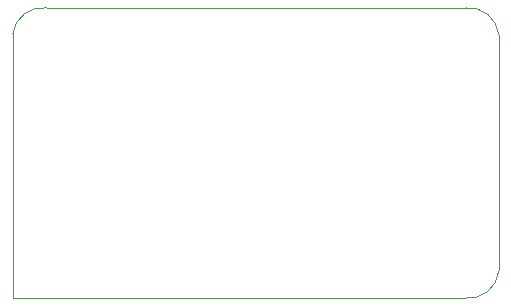
<source format=gbr>
G04 (created by PCBNEW (22-Jun-2014 BZR 4027)-stable) date Sat 18 Feb 2017 18:36:52 GMT*
%MOIN*%
G04 Gerber Fmt 3.4, Leading zero omitted, Abs format*
%FSLAX34Y34*%
G01*
G70*
G90*
G04 APERTURE LIST*
%ADD10C,0.00590551*%
%ADD11C,0.00393701*%
G04 APERTURE END LIST*
G54D10*
G54D11*
X79250Y-53200D02*
X93200Y-53200D01*
X94300Y-55950D02*
X94300Y-54100D01*
X78100Y-62875D02*
X78100Y-55200D01*
X78100Y-55200D02*
X78100Y-54050D01*
X79249Y-53199D02*
G75*
G03X78099Y-54050I-149J-1000D01*
G74*
G01*
X94300Y-61950D02*
X94300Y-55950D01*
X93200Y-62875D02*
X78100Y-62875D01*
X93200Y-62875D02*
G75*
G03X94300Y-61974I99J1000D01*
G74*
G01*
X94300Y-54100D02*
G75*
G03X93200Y-53199I-1000J-99D01*
G74*
G01*
M02*

</source>
